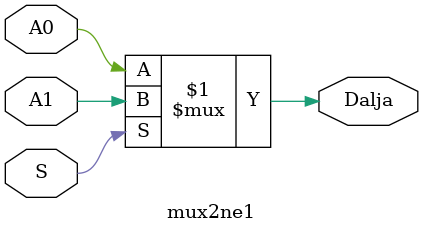
<source format=v>
`timescale 1ns / 1ps


module mux2ne1(
 input A0,
 input A1,
 input S,
 output Dalja
    );
    
assign Dalja = S ? A1 : A0;
endmodule
</source>
